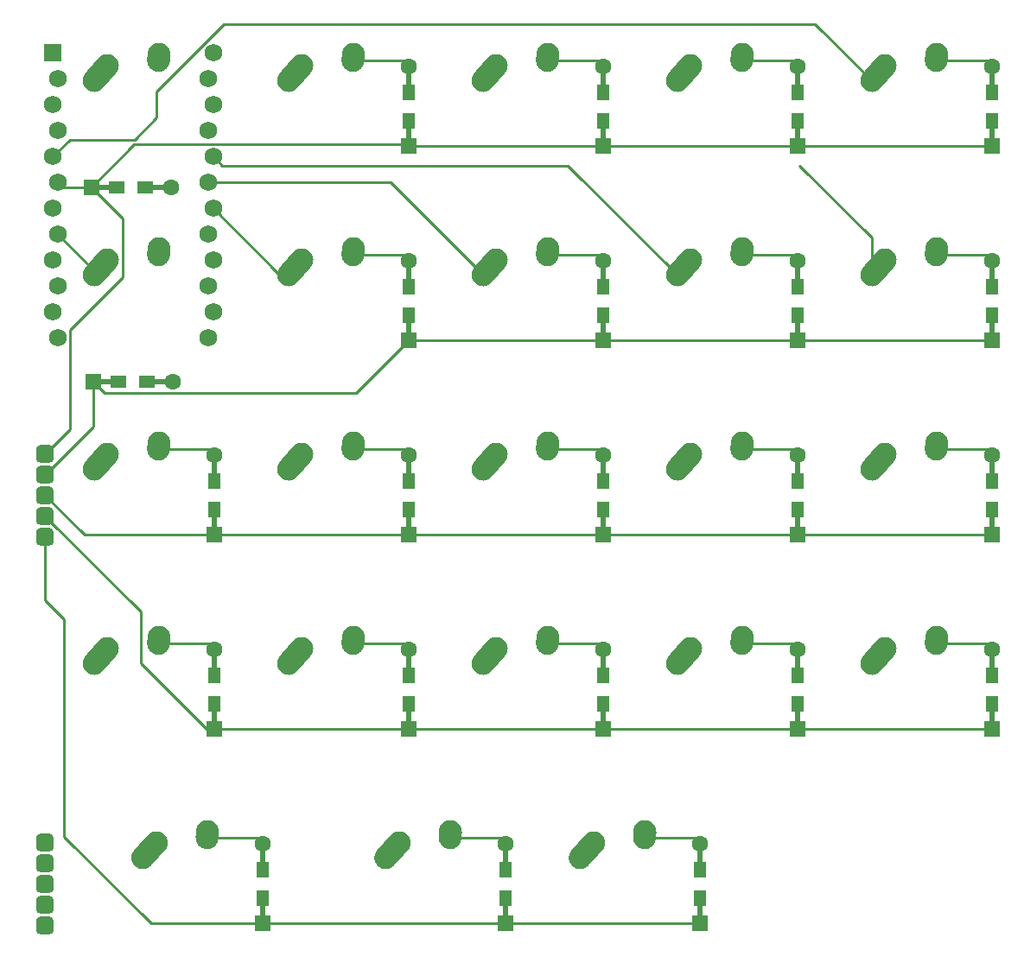
<source format=gbl>
%TF.GenerationSoftware,KiCad,Pcbnew,(5.1.12)-1*%
%TF.CreationDate,2022-01-07T20:18:48-05:00*%
%TF.ProjectId,center-gasket-2,63656e74-6572-42d6-9761-736b65742d32,rev?*%
%TF.SameCoordinates,Original*%
%TF.FileFunction,Copper,L2,Bot*%
%TF.FilePolarity,Positive*%
%FSLAX46Y46*%
G04 Gerber Fmt 4.6, Leading zero omitted, Abs format (unit mm)*
G04 Created by KiCad (PCBNEW (5.1.12)-1) date 2022-01-07 20:18:48*
%MOMM*%
%LPD*%
G01*
G04 APERTURE LIST*
%TA.AperFunction,ComponentPad*%
%ADD10C,2.250000*%
%TD*%
%TA.AperFunction,ComponentPad*%
%ADD11C,1.752600*%
%TD*%
%TA.AperFunction,ComponentPad*%
%ADD12R,1.752600X1.752600*%
%TD*%
%TA.AperFunction,ComponentPad*%
%ADD13R,1.600000X1.600000*%
%TD*%
%TA.AperFunction,ComponentPad*%
%ADD14C,1.600000*%
%TD*%
%TA.AperFunction,SMDPad,CuDef*%
%ADD15R,0.500000X2.900000*%
%TD*%
%TA.AperFunction,SMDPad,CuDef*%
%ADD16R,1.200000X1.600000*%
%TD*%
%TA.AperFunction,SMDPad,CuDef*%
%ADD17R,2.900000X0.500000*%
%TD*%
%TA.AperFunction,SMDPad,CuDef*%
%ADD18R,1.600000X1.200000*%
%TD*%
%TA.AperFunction,Conductor*%
%ADD19C,0.254000*%
%TD*%
G04 APERTURE END LIST*
%TO.P,MX38,2*%
%TO.N,Net-(D38-Pad2)*%
%TA.AperFunction,ComponentPad*%
G36*
G01*
X90529733Y-113303645D02*
X90528847Y-113303584D01*
G75*
G02*
X89483916Y-112103847I77403J1122334D01*
G01*
X89523916Y-111523847D01*
G75*
G02*
X90723653Y-110478916I1122334J-77403D01*
G01*
X90723653Y-110478916D01*
G75*
G02*
X91768584Y-111678653I-77403J-1122334D01*
G01*
X91728584Y-112258653D01*
G75*
G02*
X90528847Y-113303584I-1122334J77403D01*
G01*
G37*
%TD.AperFunction*%
D10*
X90646250Y-111601250D03*
%TO.P,MX38,1*%
%TO.N,COL7*%
%TA.AperFunction,ComponentPad*%
G36*
G01*
X83544938Y-114978600D02*
X83544933Y-114978595D01*
G75*
G02*
X83458905Y-113389933I751317J837345D01*
G01*
X84768907Y-111929933D01*
G75*
G02*
X86357569Y-111843905I837345J-751317D01*
G01*
X86357569Y-111843905D01*
G75*
G02*
X86443597Y-113432567I-751317J-837345D01*
G01*
X85133595Y-114892567D01*
G75*
G02*
X83544933Y-114978595I-837345J751317D01*
G01*
G37*
%TD.AperFunction*%
X85606250Y-112681250D03*
%TD*%
%TO.P,M2,5*%
%TO.N,COL4*%
%TA.AperFunction,ComponentPad*%
G36*
G01*
X30968950Y-121215150D02*
X30968950Y-120338850D01*
G75*
G02*
X31407100Y-119900700I438150J0D01*
G01*
X32283400Y-119900700D01*
G75*
G02*
X32721550Y-120338850I0J-438150D01*
G01*
X32721550Y-121215150D01*
G75*
G02*
X32283400Y-121653300I-438150J0D01*
G01*
X31407100Y-121653300D01*
G75*
G02*
X30968950Y-121215150I0J438150D01*
G01*
G37*
%TD.AperFunction*%
%TO.P,M2,4*%
%TO.N,COL3*%
%TA.AperFunction,ComponentPad*%
G36*
G01*
X30968950Y-119183150D02*
X30968950Y-118306850D01*
G75*
G02*
X31407100Y-117868700I438150J0D01*
G01*
X32283400Y-117868700D01*
G75*
G02*
X32721550Y-118306850I0J-438150D01*
G01*
X32721550Y-119183150D01*
G75*
G02*
X32283400Y-119621300I-438150J0D01*
G01*
X31407100Y-119621300D01*
G75*
G02*
X30968950Y-119183150I0J438150D01*
G01*
G37*
%TD.AperFunction*%
%TO.P,M2,3*%
%TO.N,COL2*%
%TA.AperFunction,ComponentPad*%
G36*
G01*
X30968950Y-117151150D02*
X30968950Y-116274850D01*
G75*
G02*
X31407100Y-115836700I438150J0D01*
G01*
X32283400Y-115836700D01*
G75*
G02*
X32721550Y-116274850I0J-438150D01*
G01*
X32721550Y-117151150D01*
G75*
G02*
X32283400Y-117589300I-438150J0D01*
G01*
X31407100Y-117589300D01*
G75*
G02*
X30968950Y-117151150I0J438150D01*
G01*
G37*
%TD.AperFunction*%
%TO.P,M2,2*%
%TO.N,COL1*%
%TA.AperFunction,ComponentPad*%
G36*
G01*
X30968950Y-115119150D02*
X30968950Y-114242850D01*
G75*
G02*
X31407100Y-113804700I438150J0D01*
G01*
X32283400Y-113804700D01*
G75*
G02*
X32721550Y-114242850I0J-438150D01*
G01*
X32721550Y-115119150D01*
G75*
G02*
X32283400Y-115557300I-438150J0D01*
G01*
X31407100Y-115557300D01*
G75*
G02*
X30968950Y-115119150I0J438150D01*
G01*
G37*
%TD.AperFunction*%
%TO.P,M2,1*%
%TO.N,COL0*%
%TA.AperFunction,ComponentPad*%
G36*
G01*
X30968950Y-113087150D02*
X30968950Y-112210850D01*
G75*
G02*
X31407100Y-111772700I438150J0D01*
G01*
X32283400Y-111772700D01*
G75*
G02*
X32721550Y-112210850I0J-438150D01*
G01*
X32721550Y-113087150D01*
G75*
G02*
X32283400Y-113525300I-438150J0D01*
G01*
X31407100Y-113525300D01*
G75*
G02*
X30968950Y-113087150I0J438150D01*
G01*
G37*
%TD.AperFunction*%
%TD*%
%TO.P,M1,1*%
%TO.N,ROW0*%
%TA.AperFunction,ComponentPad*%
G36*
G01*
X30968950Y-74987150D02*
X30968950Y-74110850D01*
G75*
G02*
X31407100Y-73672700I438150J0D01*
G01*
X32283400Y-73672700D01*
G75*
G02*
X32721550Y-74110850I0J-438150D01*
G01*
X32721550Y-74987150D01*
G75*
G02*
X32283400Y-75425300I-438150J0D01*
G01*
X31407100Y-75425300D01*
G75*
G02*
X30968950Y-74987150I0J438150D01*
G01*
G37*
%TD.AperFunction*%
%TO.P,M1,2*%
%TO.N,ROW1*%
%TA.AperFunction,ComponentPad*%
G36*
G01*
X30968950Y-77019150D02*
X30968950Y-76142850D01*
G75*
G02*
X31407100Y-75704700I438150J0D01*
G01*
X32283400Y-75704700D01*
G75*
G02*
X32721550Y-76142850I0J-438150D01*
G01*
X32721550Y-77019150D01*
G75*
G02*
X32283400Y-77457300I-438150J0D01*
G01*
X31407100Y-77457300D01*
G75*
G02*
X30968950Y-77019150I0J438150D01*
G01*
G37*
%TD.AperFunction*%
%TO.P,M1,3*%
%TO.N,ROW2*%
%TA.AperFunction,ComponentPad*%
G36*
G01*
X30968950Y-79051150D02*
X30968950Y-78174850D01*
G75*
G02*
X31407100Y-77736700I438150J0D01*
G01*
X32283400Y-77736700D01*
G75*
G02*
X32721550Y-78174850I0J-438150D01*
G01*
X32721550Y-79051150D01*
G75*
G02*
X32283400Y-79489300I-438150J0D01*
G01*
X31407100Y-79489300D01*
G75*
G02*
X30968950Y-79051150I0J438150D01*
G01*
G37*
%TD.AperFunction*%
%TO.P,M1,4*%
%TO.N,ROW3*%
%TA.AperFunction,ComponentPad*%
G36*
G01*
X30968950Y-81083150D02*
X30968950Y-80206850D01*
G75*
G02*
X31407100Y-79768700I438150J0D01*
G01*
X32283400Y-79768700D01*
G75*
G02*
X32721550Y-80206850I0J-438150D01*
G01*
X32721550Y-81083150D01*
G75*
G02*
X32283400Y-81521300I-438150J0D01*
G01*
X31407100Y-81521300D01*
G75*
G02*
X30968950Y-81083150I0J438150D01*
G01*
G37*
%TD.AperFunction*%
%TO.P,M1,5*%
%TO.N,ROW4*%
%TA.AperFunction,ComponentPad*%
G36*
G01*
X30968950Y-83115150D02*
X30968950Y-82238850D01*
G75*
G02*
X31407100Y-81800700I438150J0D01*
G01*
X32283400Y-81800700D01*
G75*
G02*
X32721550Y-82238850I0J-438150D01*
G01*
X32721550Y-83115150D01*
G75*
G02*
X32283400Y-83553300I-438150J0D01*
G01*
X31407100Y-83553300D01*
G75*
G02*
X30968950Y-83115150I0J438150D01*
G01*
G37*
%TD.AperFunction*%
%TD*%
D11*
%TO.P,U1,24*%
%TO.N,Net-(U1-Pad24)*%
X48329850Y-35242500D03*
%TO.P,U1,12*%
%TO.N,ROW2*%
X33089850Y-63182500D03*
%TO.P,U1,23*%
%TO.N,GND*%
X47872650Y-37782500D03*
%TO.P,U1,22*%
%TO.N,Net-(SW1-Pad1)*%
X48329850Y-40322500D03*
%TO.P,U1,21*%
%TO.N,VCC*%
X47872650Y-42862500D03*
%TO.P,U1,20*%
%TO.N,COL8*%
X48329850Y-45402500D03*
%TO.P,U1,19*%
%TO.N,COL7*%
X47872650Y-47942500D03*
%TO.P,U1,18*%
%TO.N,COL6*%
X48329850Y-50482500D03*
%TO.P,U1,17*%
%TO.N,COL4*%
X47872650Y-53022500D03*
%TO.P,U1,16*%
%TO.N,COL3*%
X48329850Y-55562500D03*
%TO.P,U1,15*%
%TO.N,COL2*%
X47872650Y-58102500D03*
%TO.P,U1,14*%
%TO.N,COL1*%
X48329850Y-60642500D03*
%TO.P,U1,13*%
%TO.N,COL0*%
X47872650Y-63182500D03*
%TO.P,U1,11*%
%TO.N,ROW3*%
X32632650Y-60642500D03*
%TO.P,U1,10*%
%TO.N,ROW4*%
X33089850Y-58102500D03*
%TO.P,U1,9*%
%TO.N,Net-(U1-Pad9)*%
X32632650Y-55562500D03*
%TO.P,U1,8*%
%TO.N,COL5*%
X33089850Y-53022500D03*
%TO.P,U1,7*%
%TO.N,ROW1*%
X32632650Y-50482500D03*
%TO.P,U1,6*%
%TO.N,ROW0*%
X33089850Y-47942500D03*
%TO.P,U1,5*%
%TO.N,COL9*%
X32632650Y-45402500D03*
%TO.P,U1,4*%
%TO.N,GND*%
X33089850Y-42862500D03*
%TO.P,U1,3*%
X32632650Y-40322500D03*
%TO.P,U1,2*%
%TO.N,Net-(U1-Pad2)*%
X33089850Y-37782500D03*
D12*
%TO.P,U1,1*%
%TO.N,Net-(U1-Pad1)*%
X32632650Y-35242500D03*
%TD*%
%TO.P,MX25,2*%
%TO.N,Net-(D25-Pad2)*%
%TA.AperFunction,ComponentPad*%
G36*
G01*
X42904733Y-56153645D02*
X42903847Y-56153584D01*
G75*
G02*
X41858916Y-54953847I77403J1122334D01*
G01*
X41898916Y-54373847D01*
G75*
G02*
X43098653Y-53328916I1122334J-77403D01*
G01*
X43098653Y-53328916D01*
G75*
G02*
X44143584Y-54528653I-77403J-1122334D01*
G01*
X44103584Y-55108653D01*
G75*
G02*
X42903847Y-56153584I-1122334J77403D01*
G01*
G37*
%TD.AperFunction*%
D10*
X43021250Y-54451250D03*
%TO.P,MX25,1*%
%TO.N,COL5*%
%TA.AperFunction,ComponentPad*%
G36*
G01*
X35919938Y-57828600D02*
X35919933Y-57828595D01*
G75*
G02*
X35833905Y-56239933I751317J837345D01*
G01*
X37143907Y-54779933D01*
G75*
G02*
X38732569Y-54693905I837345J-751317D01*
G01*
X38732569Y-54693905D01*
G75*
G02*
X38818597Y-56282567I-751317J-837345D01*
G01*
X37508595Y-57742567D01*
G75*
G02*
X35919933Y-57828595I-837345J751317D01*
G01*
G37*
%TD.AperFunction*%
X37981250Y-55531250D03*
%TD*%
%TO.P,MX28,2*%
%TO.N,Net-(D28-Pad2)*%
%TA.AperFunction,ComponentPad*%
G36*
G01*
X47667233Y-113303645D02*
X47666347Y-113303584D01*
G75*
G02*
X46621416Y-112103847I77403J1122334D01*
G01*
X46661416Y-111523847D01*
G75*
G02*
X47861153Y-110478916I1122334J-77403D01*
G01*
X47861153Y-110478916D01*
G75*
G02*
X48906084Y-111678653I-77403J-1122334D01*
G01*
X48866084Y-112258653D01*
G75*
G02*
X47666347Y-113303584I-1122334J77403D01*
G01*
G37*
%TD.AperFunction*%
X47783750Y-111601250D03*
%TO.P,MX28,1*%
%TO.N,COL5*%
%TA.AperFunction,ComponentPad*%
G36*
G01*
X40682438Y-114978600D02*
X40682433Y-114978595D01*
G75*
G02*
X40596405Y-113389933I751317J837345D01*
G01*
X41906407Y-111929933D01*
G75*
G02*
X43495069Y-111843905I837345J-751317D01*
G01*
X43495069Y-111843905D01*
G75*
G02*
X43581097Y-113432567I-751317J-837345D01*
G01*
X42271095Y-114892567D01*
G75*
G02*
X40682433Y-114978595I-837345J751317D01*
G01*
G37*
%TD.AperFunction*%
X42743750Y-112681250D03*
%TD*%
%TO.P,MX46,2*%
%TO.N,Net-(D46-Pad2)*%
%TA.AperFunction,ComponentPad*%
G36*
G01*
X119104733Y-94253645D02*
X119103847Y-94253584D01*
G75*
G02*
X118058916Y-93053847I77403J1122334D01*
G01*
X118098916Y-92473847D01*
G75*
G02*
X119298653Y-91428916I1122334J-77403D01*
G01*
X119298653Y-91428916D01*
G75*
G02*
X120343584Y-92628653I-77403J-1122334D01*
G01*
X120303584Y-93208653D01*
G75*
G02*
X119103847Y-94253584I-1122334J77403D01*
G01*
G37*
%TD.AperFunction*%
X119221250Y-92551250D03*
%TO.P,MX46,1*%
%TO.N,COL9*%
%TA.AperFunction,ComponentPad*%
G36*
G01*
X112119938Y-95928600D02*
X112119933Y-95928595D01*
G75*
G02*
X112033905Y-94339933I751317J837345D01*
G01*
X113343907Y-92879933D01*
G75*
G02*
X114932569Y-92793905I837345J-751317D01*
G01*
X114932569Y-92793905D01*
G75*
G02*
X115018597Y-94382567I-751317J-837345D01*
G01*
X113708595Y-95842567D01*
G75*
G02*
X112119933Y-95928595I-837345J751317D01*
G01*
G37*
%TD.AperFunction*%
X114181250Y-93631250D03*
%TD*%
%TO.P,MX45,2*%
%TO.N,Net-(D45-Pad2)*%
%TA.AperFunction,ComponentPad*%
G36*
G01*
X119104733Y-75203645D02*
X119103847Y-75203584D01*
G75*
G02*
X118058916Y-74003847I77403J1122334D01*
G01*
X118098916Y-73423847D01*
G75*
G02*
X119298653Y-72378916I1122334J-77403D01*
G01*
X119298653Y-72378916D01*
G75*
G02*
X120343584Y-73578653I-77403J-1122334D01*
G01*
X120303584Y-74158653D01*
G75*
G02*
X119103847Y-75203584I-1122334J77403D01*
G01*
G37*
%TD.AperFunction*%
X119221250Y-73501250D03*
%TO.P,MX45,1*%
%TO.N,COL9*%
%TA.AperFunction,ComponentPad*%
G36*
G01*
X112119938Y-76878600D02*
X112119933Y-76878595D01*
G75*
G02*
X112033905Y-75289933I751317J837345D01*
G01*
X113343907Y-73829933D01*
G75*
G02*
X114932569Y-73743905I837345J-751317D01*
G01*
X114932569Y-73743905D01*
G75*
G02*
X115018597Y-75332567I-751317J-837345D01*
G01*
X113708595Y-76792567D01*
G75*
G02*
X112119933Y-76878595I-837345J751317D01*
G01*
G37*
%TD.AperFunction*%
X114181250Y-74581250D03*
%TD*%
%TO.P,MX44,2*%
%TO.N,Net-(D44-Pad2)*%
%TA.AperFunction,ComponentPad*%
G36*
G01*
X119104733Y-56153645D02*
X119103847Y-56153584D01*
G75*
G02*
X118058916Y-54953847I77403J1122334D01*
G01*
X118098916Y-54373847D01*
G75*
G02*
X119298653Y-53328916I1122334J-77403D01*
G01*
X119298653Y-53328916D01*
G75*
G02*
X120343584Y-54528653I-77403J-1122334D01*
G01*
X120303584Y-55108653D01*
G75*
G02*
X119103847Y-56153584I-1122334J77403D01*
G01*
G37*
%TD.AperFunction*%
X119221250Y-54451250D03*
%TO.P,MX44,1*%
%TO.N,COL9*%
%TA.AperFunction,ComponentPad*%
G36*
G01*
X112119938Y-57828600D02*
X112119933Y-57828595D01*
G75*
G02*
X112033905Y-56239933I751317J837345D01*
G01*
X113343907Y-54779933D01*
G75*
G02*
X114932569Y-54693905I837345J-751317D01*
G01*
X114932569Y-54693905D01*
G75*
G02*
X115018597Y-56282567I-751317J-837345D01*
G01*
X113708595Y-57742567D01*
G75*
G02*
X112119933Y-57828595I-837345J751317D01*
G01*
G37*
%TD.AperFunction*%
X114181250Y-55531250D03*
%TD*%
%TO.P,MX43,2*%
%TO.N,Net-(D43-Pad2)*%
%TA.AperFunction,ComponentPad*%
G36*
G01*
X119104733Y-37103645D02*
X119103847Y-37103584D01*
G75*
G02*
X118058916Y-35903847I77403J1122334D01*
G01*
X118098916Y-35323847D01*
G75*
G02*
X119298653Y-34278916I1122334J-77403D01*
G01*
X119298653Y-34278916D01*
G75*
G02*
X120343584Y-35478653I-77403J-1122334D01*
G01*
X120303584Y-36058653D01*
G75*
G02*
X119103847Y-37103584I-1122334J77403D01*
G01*
G37*
%TD.AperFunction*%
X119221250Y-35401250D03*
%TO.P,MX43,1*%
%TO.N,COL9*%
%TA.AperFunction,ComponentPad*%
G36*
G01*
X112119938Y-38778600D02*
X112119933Y-38778595D01*
G75*
G02*
X112033905Y-37189933I751317J837345D01*
G01*
X113343907Y-35729933D01*
G75*
G02*
X114932569Y-35643905I837345J-751317D01*
G01*
X114932569Y-35643905D01*
G75*
G02*
X115018597Y-37232567I-751317J-837345D01*
G01*
X113708595Y-38692567D01*
G75*
G02*
X112119933Y-38778595I-837345J751317D01*
G01*
G37*
%TD.AperFunction*%
X114181250Y-36481250D03*
%TD*%
%TO.P,MX42,2*%
%TO.N,Net-(D42-Pad2)*%
%TA.AperFunction,ComponentPad*%
G36*
G01*
X100054733Y-94253645D02*
X100053847Y-94253584D01*
G75*
G02*
X99008916Y-93053847I77403J1122334D01*
G01*
X99048916Y-92473847D01*
G75*
G02*
X100248653Y-91428916I1122334J-77403D01*
G01*
X100248653Y-91428916D01*
G75*
G02*
X101293584Y-92628653I-77403J-1122334D01*
G01*
X101253584Y-93208653D01*
G75*
G02*
X100053847Y-94253584I-1122334J77403D01*
G01*
G37*
%TD.AperFunction*%
X100171250Y-92551250D03*
%TO.P,MX42,1*%
%TO.N,COL8*%
%TA.AperFunction,ComponentPad*%
G36*
G01*
X93069938Y-95928600D02*
X93069933Y-95928595D01*
G75*
G02*
X92983905Y-94339933I751317J837345D01*
G01*
X94293907Y-92879933D01*
G75*
G02*
X95882569Y-92793905I837345J-751317D01*
G01*
X95882569Y-92793905D01*
G75*
G02*
X95968597Y-94382567I-751317J-837345D01*
G01*
X94658595Y-95842567D01*
G75*
G02*
X93069933Y-95928595I-837345J751317D01*
G01*
G37*
%TD.AperFunction*%
X95131250Y-93631250D03*
%TD*%
%TO.P,MX41,2*%
%TO.N,Net-(D41-Pad2)*%
%TA.AperFunction,ComponentPad*%
G36*
G01*
X100054733Y-75203645D02*
X100053847Y-75203584D01*
G75*
G02*
X99008916Y-74003847I77403J1122334D01*
G01*
X99048916Y-73423847D01*
G75*
G02*
X100248653Y-72378916I1122334J-77403D01*
G01*
X100248653Y-72378916D01*
G75*
G02*
X101293584Y-73578653I-77403J-1122334D01*
G01*
X101253584Y-74158653D01*
G75*
G02*
X100053847Y-75203584I-1122334J77403D01*
G01*
G37*
%TD.AperFunction*%
X100171250Y-73501250D03*
%TO.P,MX41,1*%
%TO.N,COL8*%
%TA.AperFunction,ComponentPad*%
G36*
G01*
X93069938Y-76878600D02*
X93069933Y-76878595D01*
G75*
G02*
X92983905Y-75289933I751317J837345D01*
G01*
X94293907Y-73829933D01*
G75*
G02*
X95882569Y-73743905I837345J-751317D01*
G01*
X95882569Y-73743905D01*
G75*
G02*
X95968597Y-75332567I-751317J-837345D01*
G01*
X94658595Y-76792567D01*
G75*
G02*
X93069933Y-76878595I-837345J751317D01*
G01*
G37*
%TD.AperFunction*%
X95131250Y-74581250D03*
%TD*%
%TO.P,MX40,2*%
%TO.N,Net-(D40-Pad2)*%
%TA.AperFunction,ComponentPad*%
G36*
G01*
X100054733Y-56153645D02*
X100053847Y-56153584D01*
G75*
G02*
X99008916Y-54953847I77403J1122334D01*
G01*
X99048916Y-54373847D01*
G75*
G02*
X100248653Y-53328916I1122334J-77403D01*
G01*
X100248653Y-53328916D01*
G75*
G02*
X101293584Y-54528653I-77403J-1122334D01*
G01*
X101253584Y-55108653D01*
G75*
G02*
X100053847Y-56153584I-1122334J77403D01*
G01*
G37*
%TD.AperFunction*%
X100171250Y-54451250D03*
%TO.P,MX40,1*%
%TO.N,COL8*%
%TA.AperFunction,ComponentPad*%
G36*
G01*
X93069938Y-57828600D02*
X93069933Y-57828595D01*
G75*
G02*
X92983905Y-56239933I751317J837345D01*
G01*
X94293907Y-54779933D01*
G75*
G02*
X95882569Y-54693905I837345J-751317D01*
G01*
X95882569Y-54693905D01*
G75*
G02*
X95968597Y-56282567I-751317J-837345D01*
G01*
X94658595Y-57742567D01*
G75*
G02*
X93069933Y-57828595I-837345J751317D01*
G01*
G37*
%TD.AperFunction*%
X95131250Y-55531250D03*
%TD*%
%TO.P,MX39,2*%
%TO.N,Net-(D39-Pad2)*%
%TA.AperFunction,ComponentPad*%
G36*
G01*
X100054733Y-37103645D02*
X100053847Y-37103584D01*
G75*
G02*
X99008916Y-35903847I77403J1122334D01*
G01*
X99048916Y-35323847D01*
G75*
G02*
X100248653Y-34278916I1122334J-77403D01*
G01*
X100248653Y-34278916D01*
G75*
G02*
X101293584Y-35478653I-77403J-1122334D01*
G01*
X101253584Y-36058653D01*
G75*
G02*
X100053847Y-37103584I-1122334J77403D01*
G01*
G37*
%TD.AperFunction*%
X100171250Y-35401250D03*
%TO.P,MX39,1*%
%TO.N,COL8*%
%TA.AperFunction,ComponentPad*%
G36*
G01*
X93069938Y-38778600D02*
X93069933Y-38778595D01*
G75*
G02*
X92983905Y-37189933I751317J837345D01*
G01*
X94293907Y-35729933D01*
G75*
G02*
X95882569Y-35643905I837345J-751317D01*
G01*
X95882569Y-35643905D01*
G75*
G02*
X95968597Y-37232567I-751317J-837345D01*
G01*
X94658595Y-38692567D01*
G75*
G02*
X93069933Y-38778595I-837345J751317D01*
G01*
G37*
%TD.AperFunction*%
X95131250Y-36481250D03*
%TD*%
%TO.P,MX37,2*%
%TO.N,Net-(D37-Pad2)*%
%TA.AperFunction,ComponentPad*%
G36*
G01*
X81004733Y-94253645D02*
X81003847Y-94253584D01*
G75*
G02*
X79958916Y-93053847I77403J1122334D01*
G01*
X79998916Y-92473847D01*
G75*
G02*
X81198653Y-91428916I1122334J-77403D01*
G01*
X81198653Y-91428916D01*
G75*
G02*
X82243584Y-92628653I-77403J-1122334D01*
G01*
X82203584Y-93208653D01*
G75*
G02*
X81003847Y-94253584I-1122334J77403D01*
G01*
G37*
%TD.AperFunction*%
X81121250Y-92551250D03*
%TO.P,MX37,1*%
%TO.N,COL7*%
%TA.AperFunction,ComponentPad*%
G36*
G01*
X74019938Y-95928600D02*
X74019933Y-95928595D01*
G75*
G02*
X73933905Y-94339933I751317J837345D01*
G01*
X75243907Y-92879933D01*
G75*
G02*
X76832569Y-92793905I837345J-751317D01*
G01*
X76832569Y-92793905D01*
G75*
G02*
X76918597Y-94382567I-751317J-837345D01*
G01*
X75608595Y-95842567D01*
G75*
G02*
X74019933Y-95928595I-837345J751317D01*
G01*
G37*
%TD.AperFunction*%
X76081250Y-93631250D03*
%TD*%
%TO.P,MX36,2*%
%TO.N,Net-(D36-Pad2)*%
%TA.AperFunction,ComponentPad*%
G36*
G01*
X81004733Y-75203645D02*
X81003847Y-75203584D01*
G75*
G02*
X79958916Y-74003847I77403J1122334D01*
G01*
X79998916Y-73423847D01*
G75*
G02*
X81198653Y-72378916I1122334J-77403D01*
G01*
X81198653Y-72378916D01*
G75*
G02*
X82243584Y-73578653I-77403J-1122334D01*
G01*
X82203584Y-74158653D01*
G75*
G02*
X81003847Y-75203584I-1122334J77403D01*
G01*
G37*
%TD.AperFunction*%
X81121250Y-73501250D03*
%TO.P,MX36,1*%
%TO.N,COL7*%
%TA.AperFunction,ComponentPad*%
G36*
G01*
X74019938Y-76878600D02*
X74019933Y-76878595D01*
G75*
G02*
X73933905Y-75289933I751317J837345D01*
G01*
X75243907Y-73829933D01*
G75*
G02*
X76832569Y-73743905I837345J-751317D01*
G01*
X76832569Y-73743905D01*
G75*
G02*
X76918597Y-75332567I-751317J-837345D01*
G01*
X75608595Y-76792567D01*
G75*
G02*
X74019933Y-76878595I-837345J751317D01*
G01*
G37*
%TD.AperFunction*%
X76081250Y-74581250D03*
%TD*%
%TO.P,MX35,2*%
%TO.N,Net-(D35-Pad2)*%
%TA.AperFunction,ComponentPad*%
G36*
G01*
X81004733Y-56153645D02*
X81003847Y-56153584D01*
G75*
G02*
X79958916Y-54953847I77403J1122334D01*
G01*
X79998916Y-54373847D01*
G75*
G02*
X81198653Y-53328916I1122334J-77403D01*
G01*
X81198653Y-53328916D01*
G75*
G02*
X82243584Y-54528653I-77403J-1122334D01*
G01*
X82203584Y-55108653D01*
G75*
G02*
X81003847Y-56153584I-1122334J77403D01*
G01*
G37*
%TD.AperFunction*%
X81121250Y-54451250D03*
%TO.P,MX35,1*%
%TO.N,COL7*%
%TA.AperFunction,ComponentPad*%
G36*
G01*
X74019938Y-57828600D02*
X74019933Y-57828595D01*
G75*
G02*
X73933905Y-56239933I751317J837345D01*
G01*
X75243907Y-54779933D01*
G75*
G02*
X76832569Y-54693905I837345J-751317D01*
G01*
X76832569Y-54693905D01*
G75*
G02*
X76918597Y-56282567I-751317J-837345D01*
G01*
X75608595Y-57742567D01*
G75*
G02*
X74019933Y-57828595I-837345J751317D01*
G01*
G37*
%TD.AperFunction*%
X76081250Y-55531250D03*
%TD*%
%TO.P,MX34,2*%
%TO.N,Net-(D34-Pad2)*%
%TA.AperFunction,ComponentPad*%
G36*
G01*
X81004733Y-37103645D02*
X81003847Y-37103584D01*
G75*
G02*
X79958916Y-35903847I77403J1122334D01*
G01*
X79998916Y-35323847D01*
G75*
G02*
X81198653Y-34278916I1122334J-77403D01*
G01*
X81198653Y-34278916D01*
G75*
G02*
X82243584Y-35478653I-77403J-1122334D01*
G01*
X82203584Y-36058653D01*
G75*
G02*
X81003847Y-37103584I-1122334J77403D01*
G01*
G37*
%TD.AperFunction*%
X81121250Y-35401250D03*
%TO.P,MX34,1*%
%TO.N,COL7*%
%TA.AperFunction,ComponentPad*%
G36*
G01*
X74019938Y-38778600D02*
X74019933Y-38778595D01*
G75*
G02*
X73933905Y-37189933I751317J837345D01*
G01*
X75243907Y-35729933D01*
G75*
G02*
X76832569Y-35643905I837345J-751317D01*
G01*
X76832569Y-35643905D01*
G75*
G02*
X76918597Y-37232567I-751317J-837345D01*
G01*
X75608595Y-38692567D01*
G75*
G02*
X74019933Y-38778595I-837345J751317D01*
G01*
G37*
%TD.AperFunction*%
X76081250Y-36481250D03*
%TD*%
%TO.P,MX33,2*%
%TO.N,Net-(D33-Pad2)*%
%TA.AperFunction,ComponentPad*%
G36*
G01*
X71479733Y-113303645D02*
X71478847Y-113303584D01*
G75*
G02*
X70433916Y-112103847I77403J1122334D01*
G01*
X70473916Y-111523847D01*
G75*
G02*
X71673653Y-110478916I1122334J-77403D01*
G01*
X71673653Y-110478916D01*
G75*
G02*
X72718584Y-111678653I-77403J-1122334D01*
G01*
X72678584Y-112258653D01*
G75*
G02*
X71478847Y-113303584I-1122334J77403D01*
G01*
G37*
%TD.AperFunction*%
X71596250Y-111601250D03*
%TO.P,MX33,1*%
%TO.N,COL6*%
%TA.AperFunction,ComponentPad*%
G36*
G01*
X64494938Y-114978600D02*
X64494933Y-114978595D01*
G75*
G02*
X64408905Y-113389933I751317J837345D01*
G01*
X65718907Y-111929933D01*
G75*
G02*
X67307569Y-111843905I837345J-751317D01*
G01*
X67307569Y-111843905D01*
G75*
G02*
X67393597Y-113432567I-751317J-837345D01*
G01*
X66083595Y-114892567D01*
G75*
G02*
X64494933Y-114978595I-837345J751317D01*
G01*
G37*
%TD.AperFunction*%
X66556250Y-112681250D03*
%TD*%
%TO.P,MX32,2*%
%TO.N,Net-(D32-Pad2)*%
%TA.AperFunction,ComponentPad*%
G36*
G01*
X61954733Y-94253645D02*
X61953847Y-94253584D01*
G75*
G02*
X60908916Y-93053847I77403J1122334D01*
G01*
X60948916Y-92473847D01*
G75*
G02*
X62148653Y-91428916I1122334J-77403D01*
G01*
X62148653Y-91428916D01*
G75*
G02*
X63193584Y-92628653I-77403J-1122334D01*
G01*
X63153584Y-93208653D01*
G75*
G02*
X61953847Y-94253584I-1122334J77403D01*
G01*
G37*
%TD.AperFunction*%
X62071250Y-92551250D03*
%TO.P,MX32,1*%
%TO.N,COL6*%
%TA.AperFunction,ComponentPad*%
G36*
G01*
X54969938Y-95928600D02*
X54969933Y-95928595D01*
G75*
G02*
X54883905Y-94339933I751317J837345D01*
G01*
X56193907Y-92879933D01*
G75*
G02*
X57782569Y-92793905I837345J-751317D01*
G01*
X57782569Y-92793905D01*
G75*
G02*
X57868597Y-94382567I-751317J-837345D01*
G01*
X56558595Y-95842567D01*
G75*
G02*
X54969933Y-95928595I-837345J751317D01*
G01*
G37*
%TD.AperFunction*%
X57031250Y-93631250D03*
%TD*%
%TO.P,MX31,2*%
%TO.N,Net-(D31-Pad2)*%
%TA.AperFunction,ComponentPad*%
G36*
G01*
X61954733Y-75203645D02*
X61953847Y-75203584D01*
G75*
G02*
X60908916Y-74003847I77403J1122334D01*
G01*
X60948916Y-73423847D01*
G75*
G02*
X62148653Y-72378916I1122334J-77403D01*
G01*
X62148653Y-72378916D01*
G75*
G02*
X63193584Y-73578653I-77403J-1122334D01*
G01*
X63153584Y-74158653D01*
G75*
G02*
X61953847Y-75203584I-1122334J77403D01*
G01*
G37*
%TD.AperFunction*%
X62071250Y-73501250D03*
%TO.P,MX31,1*%
%TO.N,COL6*%
%TA.AperFunction,ComponentPad*%
G36*
G01*
X54969938Y-76878600D02*
X54969933Y-76878595D01*
G75*
G02*
X54883905Y-75289933I751317J837345D01*
G01*
X56193907Y-73829933D01*
G75*
G02*
X57782569Y-73743905I837345J-751317D01*
G01*
X57782569Y-73743905D01*
G75*
G02*
X57868597Y-75332567I-751317J-837345D01*
G01*
X56558595Y-76792567D01*
G75*
G02*
X54969933Y-76878595I-837345J751317D01*
G01*
G37*
%TD.AperFunction*%
X57031250Y-74581250D03*
%TD*%
%TO.P,MX30,2*%
%TO.N,Net-(D30-Pad2)*%
%TA.AperFunction,ComponentPad*%
G36*
G01*
X61954733Y-56153645D02*
X61953847Y-56153584D01*
G75*
G02*
X60908916Y-54953847I77403J1122334D01*
G01*
X60948916Y-54373847D01*
G75*
G02*
X62148653Y-53328916I1122334J-77403D01*
G01*
X62148653Y-53328916D01*
G75*
G02*
X63193584Y-54528653I-77403J-1122334D01*
G01*
X63153584Y-55108653D01*
G75*
G02*
X61953847Y-56153584I-1122334J77403D01*
G01*
G37*
%TD.AperFunction*%
X62071250Y-54451250D03*
%TO.P,MX30,1*%
%TO.N,COL6*%
%TA.AperFunction,ComponentPad*%
G36*
G01*
X54969938Y-57828600D02*
X54969933Y-57828595D01*
G75*
G02*
X54883905Y-56239933I751317J837345D01*
G01*
X56193907Y-54779933D01*
G75*
G02*
X57782569Y-54693905I837345J-751317D01*
G01*
X57782569Y-54693905D01*
G75*
G02*
X57868597Y-56282567I-751317J-837345D01*
G01*
X56558595Y-57742567D01*
G75*
G02*
X54969933Y-57828595I-837345J751317D01*
G01*
G37*
%TD.AperFunction*%
X57031250Y-55531250D03*
%TD*%
%TO.P,MX29,2*%
%TO.N,Net-(D29-Pad2)*%
%TA.AperFunction,ComponentPad*%
G36*
G01*
X61954733Y-37103645D02*
X61953847Y-37103584D01*
G75*
G02*
X60908916Y-35903847I77403J1122334D01*
G01*
X60948916Y-35323847D01*
G75*
G02*
X62148653Y-34278916I1122334J-77403D01*
G01*
X62148653Y-34278916D01*
G75*
G02*
X63193584Y-35478653I-77403J-1122334D01*
G01*
X63153584Y-36058653D01*
G75*
G02*
X61953847Y-37103584I-1122334J77403D01*
G01*
G37*
%TD.AperFunction*%
X62071250Y-35401250D03*
%TO.P,MX29,1*%
%TO.N,COL6*%
%TA.AperFunction,ComponentPad*%
G36*
G01*
X54969938Y-38778600D02*
X54969933Y-38778595D01*
G75*
G02*
X54883905Y-37189933I751317J837345D01*
G01*
X56193907Y-35729933D01*
G75*
G02*
X57782569Y-35643905I837345J-751317D01*
G01*
X57782569Y-35643905D01*
G75*
G02*
X57868597Y-37232567I-751317J-837345D01*
G01*
X56558595Y-38692567D01*
G75*
G02*
X54969933Y-38778595I-837345J751317D01*
G01*
G37*
%TD.AperFunction*%
X57031250Y-36481250D03*
%TD*%
%TO.P,MX27,2*%
%TO.N,Net-(D27-Pad2)*%
%TA.AperFunction,ComponentPad*%
G36*
G01*
X42904733Y-94253645D02*
X42903847Y-94253584D01*
G75*
G02*
X41858916Y-93053847I77403J1122334D01*
G01*
X41898916Y-92473847D01*
G75*
G02*
X43098653Y-91428916I1122334J-77403D01*
G01*
X43098653Y-91428916D01*
G75*
G02*
X44143584Y-92628653I-77403J-1122334D01*
G01*
X44103584Y-93208653D01*
G75*
G02*
X42903847Y-94253584I-1122334J77403D01*
G01*
G37*
%TD.AperFunction*%
X43021250Y-92551250D03*
%TO.P,MX27,1*%
%TO.N,COL5*%
%TA.AperFunction,ComponentPad*%
G36*
G01*
X35919938Y-95928600D02*
X35919933Y-95928595D01*
G75*
G02*
X35833905Y-94339933I751317J837345D01*
G01*
X37143907Y-92879933D01*
G75*
G02*
X38732569Y-92793905I837345J-751317D01*
G01*
X38732569Y-92793905D01*
G75*
G02*
X38818597Y-94382567I-751317J-837345D01*
G01*
X37508595Y-95842567D01*
G75*
G02*
X35919933Y-95928595I-837345J751317D01*
G01*
G37*
%TD.AperFunction*%
X37981250Y-93631250D03*
%TD*%
%TO.P,MX26,2*%
%TO.N,Net-(D26-Pad2)*%
%TA.AperFunction,ComponentPad*%
G36*
G01*
X42904733Y-75203645D02*
X42903847Y-75203584D01*
G75*
G02*
X41858916Y-74003847I77403J1122334D01*
G01*
X41898916Y-73423847D01*
G75*
G02*
X43098653Y-72378916I1122334J-77403D01*
G01*
X43098653Y-72378916D01*
G75*
G02*
X44143584Y-73578653I-77403J-1122334D01*
G01*
X44103584Y-74158653D01*
G75*
G02*
X42903847Y-75203584I-1122334J77403D01*
G01*
G37*
%TD.AperFunction*%
X43021250Y-73501250D03*
%TO.P,MX26,1*%
%TO.N,COL5*%
%TA.AperFunction,ComponentPad*%
G36*
G01*
X35919938Y-76878600D02*
X35919933Y-76878595D01*
G75*
G02*
X35833905Y-75289933I751317J837345D01*
G01*
X37143907Y-73829933D01*
G75*
G02*
X38732569Y-73743905I837345J-751317D01*
G01*
X38732569Y-73743905D01*
G75*
G02*
X38818597Y-75332567I-751317J-837345D01*
G01*
X37508595Y-76792567D01*
G75*
G02*
X35919933Y-76878595I-837345J751317D01*
G01*
G37*
%TD.AperFunction*%
X37981250Y-74581250D03*
%TD*%
%TO.P,MX24,2*%
%TO.N,Net-(D24-Pad2)*%
%TA.AperFunction,ComponentPad*%
G36*
G01*
X42904733Y-37103645D02*
X42903847Y-37103584D01*
G75*
G02*
X41858916Y-35903847I77403J1122334D01*
G01*
X41898916Y-35323847D01*
G75*
G02*
X43098653Y-34278916I1122334J-77403D01*
G01*
X43098653Y-34278916D01*
G75*
G02*
X44143584Y-35478653I-77403J-1122334D01*
G01*
X44103584Y-36058653D01*
G75*
G02*
X42903847Y-37103584I-1122334J77403D01*
G01*
G37*
%TD.AperFunction*%
X43021250Y-35401250D03*
%TO.P,MX24,1*%
%TO.N,COL5*%
%TA.AperFunction,ComponentPad*%
G36*
G01*
X35919938Y-38778600D02*
X35919933Y-38778595D01*
G75*
G02*
X35833905Y-37189933I751317J837345D01*
G01*
X37143907Y-35729933D01*
G75*
G02*
X38732569Y-35643905I837345J-751317D01*
G01*
X38732569Y-35643905D01*
G75*
G02*
X38818597Y-37232567I-751317J-837345D01*
G01*
X37508595Y-38692567D01*
G75*
G02*
X35919933Y-38778595I-837345J751317D01*
G01*
G37*
%TD.AperFunction*%
X37981250Y-36481250D03*
%TD*%
D13*
%TO.P,D46,1*%
%TO.N,ROW3*%
X124618750Y-101531250D03*
D14*
%TO.P,D46,2*%
%TO.N,Net-(D46-Pad2)*%
X124618750Y-93731250D03*
D15*
%TO.P,D46,1*%
%TO.N,ROW3*%
X124618750Y-100131250D03*
D16*
X124618750Y-99031250D03*
%TO.P,D46,2*%
%TO.N,Net-(D46-Pad2)*%
X124618750Y-96231250D03*
D15*
X124618750Y-95131250D03*
%TD*%
D13*
%TO.P,D45,1*%
%TO.N,ROW2*%
X124618750Y-82481250D03*
D14*
%TO.P,D45,2*%
%TO.N,Net-(D45-Pad2)*%
X124618750Y-74681250D03*
D15*
%TO.P,D45,1*%
%TO.N,ROW2*%
X124618750Y-81081250D03*
D16*
X124618750Y-79981250D03*
%TO.P,D45,2*%
%TO.N,Net-(D45-Pad2)*%
X124618750Y-77181250D03*
D15*
X124618750Y-76081250D03*
%TD*%
D13*
%TO.P,D44,1*%
%TO.N,ROW1*%
X124618750Y-63431250D03*
D14*
%TO.P,D44,2*%
%TO.N,Net-(D44-Pad2)*%
X124618750Y-55631250D03*
D15*
%TO.P,D44,1*%
%TO.N,ROW1*%
X124618750Y-62031250D03*
D16*
X124618750Y-60931250D03*
%TO.P,D44,2*%
%TO.N,Net-(D44-Pad2)*%
X124618750Y-58131250D03*
D15*
X124618750Y-57031250D03*
%TD*%
D13*
%TO.P,D43,1*%
%TO.N,ROW0*%
X124618750Y-44381250D03*
D14*
%TO.P,D43,2*%
%TO.N,Net-(D43-Pad2)*%
X124618750Y-36581250D03*
D15*
%TO.P,D43,1*%
%TO.N,ROW0*%
X124618750Y-42981250D03*
D16*
X124618750Y-41881250D03*
%TO.P,D43,2*%
%TO.N,Net-(D43-Pad2)*%
X124618750Y-39081250D03*
D15*
X124618750Y-37981250D03*
%TD*%
D13*
%TO.P,D42,1*%
%TO.N,ROW3*%
X105568750Y-101528250D03*
D14*
%TO.P,D42,2*%
%TO.N,Net-(D42-Pad2)*%
X105568750Y-93728250D03*
D15*
%TO.P,D42,1*%
%TO.N,ROW3*%
X105568750Y-100128250D03*
D16*
X105568750Y-99028250D03*
%TO.P,D42,2*%
%TO.N,Net-(D42-Pad2)*%
X105568750Y-96228250D03*
D15*
X105568750Y-95128250D03*
%TD*%
D13*
%TO.P,D41,1*%
%TO.N,ROW2*%
X105568750Y-82481250D03*
D14*
%TO.P,D41,2*%
%TO.N,Net-(D41-Pad2)*%
X105568750Y-74681250D03*
D15*
%TO.P,D41,1*%
%TO.N,ROW2*%
X105568750Y-81081250D03*
D16*
X105568750Y-79981250D03*
%TO.P,D41,2*%
%TO.N,Net-(D41-Pad2)*%
X105568750Y-77181250D03*
D15*
X105568750Y-76081250D03*
%TD*%
D13*
%TO.P,D40,1*%
%TO.N,ROW1*%
X105568750Y-63431250D03*
D14*
%TO.P,D40,2*%
%TO.N,Net-(D40-Pad2)*%
X105568750Y-55631250D03*
D15*
%TO.P,D40,1*%
%TO.N,ROW1*%
X105568750Y-62031250D03*
D16*
X105568750Y-60931250D03*
%TO.P,D40,2*%
%TO.N,Net-(D40-Pad2)*%
X105568750Y-58131250D03*
D15*
X105568750Y-57031250D03*
%TD*%
D13*
%TO.P,D39,1*%
%TO.N,ROW0*%
X105568750Y-44381250D03*
D14*
%TO.P,D39,2*%
%TO.N,Net-(D39-Pad2)*%
X105568750Y-36581250D03*
D15*
%TO.P,D39,1*%
%TO.N,ROW0*%
X105568750Y-42981250D03*
D16*
X105568750Y-41881250D03*
%TO.P,D39,2*%
%TO.N,Net-(D39-Pad2)*%
X105568750Y-39081250D03*
D15*
X105568750Y-37981250D03*
%TD*%
D13*
%TO.P,D38,1*%
%TO.N,ROW4*%
X96043750Y-120581250D03*
D14*
%TO.P,D38,2*%
%TO.N,Net-(D38-Pad2)*%
X96043750Y-112781250D03*
D15*
%TO.P,D38,1*%
%TO.N,ROW4*%
X96043750Y-119181250D03*
D16*
X96043750Y-118081250D03*
%TO.P,D38,2*%
%TO.N,Net-(D38-Pad2)*%
X96043750Y-115281250D03*
D15*
X96043750Y-114181250D03*
%TD*%
D13*
%TO.P,D37,1*%
%TO.N,ROW3*%
X86518750Y-101531250D03*
D14*
%TO.P,D37,2*%
%TO.N,Net-(D37-Pad2)*%
X86518750Y-93731250D03*
D15*
%TO.P,D37,1*%
%TO.N,ROW3*%
X86518750Y-100131250D03*
D16*
X86518750Y-99031250D03*
%TO.P,D37,2*%
%TO.N,Net-(D37-Pad2)*%
X86518750Y-96231250D03*
D15*
X86518750Y-95131250D03*
%TD*%
D13*
%TO.P,D36,1*%
%TO.N,ROW2*%
X86518750Y-82481250D03*
D14*
%TO.P,D36,2*%
%TO.N,Net-(D36-Pad2)*%
X86518750Y-74681250D03*
D15*
%TO.P,D36,1*%
%TO.N,ROW2*%
X86518750Y-81081250D03*
D16*
X86518750Y-79981250D03*
%TO.P,D36,2*%
%TO.N,Net-(D36-Pad2)*%
X86518750Y-77181250D03*
D15*
X86518750Y-76081250D03*
%TD*%
D13*
%TO.P,D35,1*%
%TO.N,ROW1*%
X86518750Y-63431250D03*
D14*
%TO.P,D35,2*%
%TO.N,Net-(D35-Pad2)*%
X86518750Y-55631250D03*
D15*
%TO.P,D35,1*%
%TO.N,ROW1*%
X86518750Y-62031250D03*
D16*
X86518750Y-60931250D03*
%TO.P,D35,2*%
%TO.N,Net-(D35-Pad2)*%
X86518750Y-58131250D03*
D15*
X86518750Y-57031250D03*
%TD*%
D13*
%TO.P,D34,1*%
%TO.N,ROW0*%
X86518750Y-44381250D03*
D14*
%TO.P,D34,2*%
%TO.N,Net-(D34-Pad2)*%
X86518750Y-36581250D03*
D15*
%TO.P,D34,1*%
%TO.N,ROW0*%
X86518750Y-42981250D03*
D16*
X86518750Y-41881250D03*
%TO.P,D34,2*%
%TO.N,Net-(D34-Pad2)*%
X86518750Y-39081250D03*
D15*
X86518750Y-37981250D03*
%TD*%
D13*
%TO.P,D33,1*%
%TO.N,ROW4*%
X76993750Y-120581250D03*
D14*
%TO.P,D33,2*%
%TO.N,Net-(D33-Pad2)*%
X76993750Y-112781250D03*
D15*
%TO.P,D33,1*%
%TO.N,ROW4*%
X76993750Y-119181250D03*
D16*
X76993750Y-118081250D03*
%TO.P,D33,2*%
%TO.N,Net-(D33-Pad2)*%
X76993750Y-115281250D03*
D15*
X76993750Y-114181250D03*
%TD*%
D13*
%TO.P,D32,1*%
%TO.N,ROW3*%
X67468750Y-101531250D03*
D14*
%TO.P,D32,2*%
%TO.N,Net-(D32-Pad2)*%
X67468750Y-93731250D03*
D15*
%TO.P,D32,1*%
%TO.N,ROW3*%
X67468750Y-100131250D03*
D16*
X67468750Y-99031250D03*
%TO.P,D32,2*%
%TO.N,Net-(D32-Pad2)*%
X67468750Y-96231250D03*
D15*
X67468750Y-95131250D03*
%TD*%
D13*
%TO.P,D31,1*%
%TO.N,ROW2*%
X67468750Y-82481250D03*
D14*
%TO.P,D31,2*%
%TO.N,Net-(D31-Pad2)*%
X67468750Y-74681250D03*
D15*
%TO.P,D31,1*%
%TO.N,ROW2*%
X67468750Y-81081250D03*
D16*
X67468750Y-79981250D03*
%TO.P,D31,2*%
%TO.N,Net-(D31-Pad2)*%
X67468750Y-77181250D03*
D15*
X67468750Y-76081250D03*
%TD*%
D13*
%TO.P,D30,1*%
%TO.N,ROW1*%
X67468750Y-63431250D03*
D14*
%TO.P,D30,2*%
%TO.N,Net-(D30-Pad2)*%
X67468750Y-55631250D03*
D15*
%TO.P,D30,1*%
%TO.N,ROW1*%
X67468750Y-62031250D03*
D16*
X67468750Y-60931250D03*
%TO.P,D30,2*%
%TO.N,Net-(D30-Pad2)*%
X67468750Y-58131250D03*
D15*
X67468750Y-57031250D03*
%TD*%
D13*
%TO.P,D29,1*%
%TO.N,ROW0*%
X67468750Y-44381250D03*
D14*
%TO.P,D29,2*%
%TO.N,Net-(D29-Pad2)*%
X67468750Y-36581250D03*
D15*
%TO.P,D29,1*%
%TO.N,ROW0*%
X67468750Y-42981250D03*
D16*
X67468750Y-41881250D03*
%TO.P,D29,2*%
%TO.N,Net-(D29-Pad2)*%
X67468750Y-39081250D03*
D15*
X67468750Y-37981250D03*
%TD*%
D13*
%TO.P,D28,1*%
%TO.N,ROW4*%
X53181250Y-120581250D03*
D14*
%TO.P,D28,2*%
%TO.N,Net-(D28-Pad2)*%
X53181250Y-112781250D03*
D15*
%TO.P,D28,1*%
%TO.N,ROW4*%
X53181250Y-119181250D03*
D16*
X53181250Y-118081250D03*
%TO.P,D28,2*%
%TO.N,Net-(D28-Pad2)*%
X53181250Y-115281250D03*
D15*
X53181250Y-114181250D03*
%TD*%
D13*
%TO.P,D27,1*%
%TO.N,ROW3*%
X48418750Y-101531250D03*
D14*
%TO.P,D27,2*%
%TO.N,Net-(D27-Pad2)*%
X48418750Y-93731250D03*
D15*
%TO.P,D27,1*%
%TO.N,ROW3*%
X48418750Y-100131250D03*
D16*
X48418750Y-99031250D03*
%TO.P,D27,2*%
%TO.N,Net-(D27-Pad2)*%
X48418750Y-96231250D03*
D15*
X48418750Y-95131250D03*
%TD*%
D13*
%TO.P,D26,1*%
%TO.N,ROW2*%
X48418750Y-82481250D03*
D14*
%TO.P,D26,2*%
%TO.N,Net-(D26-Pad2)*%
X48418750Y-74681250D03*
D15*
%TO.P,D26,1*%
%TO.N,ROW2*%
X48418750Y-81081250D03*
D16*
X48418750Y-79981250D03*
%TO.P,D26,2*%
%TO.N,Net-(D26-Pad2)*%
X48418750Y-77181250D03*
D15*
X48418750Y-76081250D03*
%TD*%
D13*
%TO.P,D25,1*%
%TO.N,ROW1*%
X36581250Y-67468750D03*
D14*
%TO.P,D25,2*%
%TO.N,Net-(D25-Pad2)*%
X44381250Y-67468750D03*
D17*
%TO.P,D25,1*%
%TO.N,ROW1*%
X37981250Y-67468750D03*
D18*
X39081250Y-67468750D03*
%TO.P,D25,2*%
%TO.N,Net-(D25-Pad2)*%
X41881250Y-67468750D03*
D17*
X42981250Y-67468750D03*
%TD*%
D13*
%TO.P,D24,1*%
%TO.N,ROW0*%
X36393750Y-48418750D03*
D14*
%TO.P,D24,2*%
%TO.N,Net-(D24-Pad2)*%
X44193750Y-48418750D03*
D17*
%TO.P,D24,1*%
%TO.N,ROW0*%
X37793750Y-48418750D03*
D18*
X38893750Y-48418750D03*
%TO.P,D24,2*%
%TO.N,Net-(D24-Pad2)*%
X41693750Y-48418750D03*
D17*
X42793750Y-48418750D03*
%TD*%
D19*
%TO.N,ROW0*%
X34293151Y-72101099D02*
X34293151Y-62418311D01*
X31845250Y-74549000D02*
X34293151Y-72101099D01*
X34293151Y-62418311D02*
X39463657Y-57247805D01*
X39463657Y-57247805D02*
X39463657Y-51488657D01*
X39463657Y-51488657D02*
X36393750Y-48418750D01*
X124618750Y-44381250D02*
X67468750Y-44381250D01*
X40613301Y-44199199D02*
X36393750Y-48418750D01*
X67286699Y-44199199D02*
X40613301Y-44199199D01*
X67468750Y-44381250D02*
X67286699Y-44199199D01*
X33566100Y-48418750D02*
X33089850Y-47942500D01*
X36393750Y-48418750D02*
X33566100Y-48418750D01*
%TO.N,ROW1*%
X67468750Y-63431250D02*
X86518750Y-63431250D01*
X124618750Y-63431250D02*
X86518750Y-63431250D01*
X36581250Y-71845000D02*
X31845250Y-76581000D01*
X36581250Y-67468750D02*
X36581250Y-71845000D01*
X62304249Y-68595751D02*
X67468750Y-63431250D01*
X37708251Y-68595751D02*
X62304249Y-68595751D01*
X36581250Y-67468750D02*
X37708251Y-68595751D01*
%TO.N,ROW2*%
X124618750Y-82481250D02*
X48418750Y-82481250D01*
X35713500Y-82481250D02*
X31845250Y-78613000D01*
X48418750Y-82481250D02*
X35713500Y-82481250D01*
%TO.N,ROW3*%
X124618750Y-101531250D02*
X48418750Y-101531250D01*
X47682288Y-101531250D02*
X48418750Y-101531250D01*
X41243250Y-95092212D02*
X47682288Y-101531250D01*
X41243250Y-90011250D02*
X41243250Y-95092212D01*
X31877000Y-80645000D02*
X41243250Y-90011250D01*
X31845250Y-80645000D02*
X31877000Y-80645000D01*
%TO.N,ROW4*%
X31845250Y-88868250D02*
X33750250Y-90773250D01*
X42284788Y-120581250D02*
X53181250Y-120581250D01*
X33750250Y-112046712D02*
X42284788Y-120581250D01*
X33750250Y-90773250D02*
X33750250Y-112046712D01*
X31845250Y-88868250D02*
X31845250Y-82677000D01*
X96043750Y-120581250D02*
X53181250Y-120581250D01*
%TO.N,Net-(D26-Pad2)*%
X47818750Y-74081250D02*
X48418750Y-74681250D01*
X42981250Y-74081250D02*
X47818750Y-74081250D01*
%TO.N,Net-(D27-Pad2)*%
X47818750Y-93131250D02*
X48418750Y-93731250D01*
X42981250Y-93131250D02*
X47818750Y-93131250D01*
%TO.N,Net-(D28-Pad2)*%
X52581250Y-112181250D02*
X53181250Y-112781250D01*
X47743750Y-112181250D02*
X52581250Y-112181250D01*
%TO.N,Net-(D29-Pad2)*%
X66868750Y-35981250D02*
X67468750Y-36581250D01*
X62031250Y-35981250D02*
X66868750Y-35981250D01*
%TO.N,Net-(D30-Pad2)*%
X66868750Y-55031250D02*
X67468750Y-55631250D01*
X62031250Y-55031250D02*
X66868750Y-55031250D01*
%TO.N,Net-(D31-Pad2)*%
X66868750Y-74081250D02*
X67468750Y-74681250D01*
X62031250Y-74081250D02*
X66868750Y-74081250D01*
%TO.N,Net-(D32-Pad2)*%
X66868750Y-93131250D02*
X67468750Y-93731250D01*
X62031250Y-93131250D02*
X66868750Y-93131250D01*
%TO.N,Net-(D33-Pad2)*%
X76393750Y-112181250D02*
X76993750Y-112781250D01*
X71556250Y-112181250D02*
X76393750Y-112181250D01*
%TO.N,Net-(D34-Pad2)*%
X85918750Y-35981250D02*
X86518750Y-36581250D01*
X81081250Y-35981250D02*
X85918750Y-35981250D01*
%TO.N,Net-(D35-Pad2)*%
X85918750Y-55031250D02*
X86518750Y-55631250D01*
X81081250Y-55031250D02*
X85918750Y-55031250D01*
%TO.N,Net-(D36-Pad2)*%
X85918750Y-74081250D02*
X86518750Y-74681250D01*
X81081250Y-74081250D02*
X85918750Y-74081250D01*
%TO.N,Net-(D37-Pad2)*%
X85918750Y-93131250D02*
X86518750Y-93731250D01*
X81081250Y-93131250D02*
X85918750Y-93131250D01*
%TO.N,Net-(D38-Pad2)*%
X95443750Y-112181250D02*
X96043750Y-112781250D01*
X90606250Y-112181250D02*
X95443750Y-112181250D01*
%TO.N,Net-(D39-Pad2)*%
X104968750Y-35981250D02*
X105568750Y-36581250D01*
X100131250Y-35981250D02*
X104968750Y-35981250D01*
%TO.N,Net-(D40-Pad2)*%
X104968750Y-55031250D02*
X105568750Y-55631250D01*
X100131250Y-55031250D02*
X104968750Y-55031250D01*
%TO.N,Net-(D41-Pad2)*%
X104968750Y-74081250D02*
X105568750Y-74681250D01*
X100131250Y-74081250D02*
X104968750Y-74081250D01*
%TO.N,Net-(D42-Pad2)*%
X104971750Y-93131250D02*
X105568750Y-93728250D01*
X100131250Y-93131250D02*
X104971750Y-93131250D01*
%TO.N,Net-(D43-Pad2)*%
X124018750Y-35981250D02*
X124618750Y-36581250D01*
X119181250Y-35981250D02*
X124018750Y-35981250D01*
%TO.N,Net-(D44-Pad2)*%
X124018750Y-55031250D02*
X124618750Y-55631250D01*
X119181250Y-55031250D02*
X124018750Y-55031250D01*
%TO.N,Net-(D45-Pad2)*%
X124018750Y-74081250D02*
X124618750Y-74681250D01*
X119181250Y-74081250D02*
X124018750Y-74081250D01*
%TO.N,Net-(D46-Pad2)*%
X124018750Y-93131250D02*
X124618750Y-93731250D01*
X119181250Y-93131250D02*
X124018750Y-93131250D01*
%TO.N,COL5*%
X36671250Y-56603900D02*
X33089850Y-53022500D01*
X36671250Y-56991250D02*
X36671250Y-56603900D01*
%TO.N,COL6*%
X54838600Y-56991250D02*
X55721250Y-56991250D01*
X48329850Y-50482500D02*
X54838600Y-56991250D01*
%TO.N,COL7*%
X65722500Y-47942500D02*
X47872650Y-47942500D01*
X74771250Y-56991250D02*
X65722500Y-47942500D01*
%TO.N,COL8*%
X49206149Y-46278799D02*
X48329850Y-45402500D01*
X83108799Y-46278799D02*
X49206149Y-46278799D01*
X93821250Y-56991250D02*
X83108799Y-46278799D01*
%TO.N,COL9*%
X112871250Y-56991250D02*
X112871250Y-53340000D01*
X105810049Y-46278799D02*
X112871250Y-53340000D01*
X112871250Y-37941250D02*
X107315000Y-32385000D01*
X34289961Y-43745189D02*
X32632650Y-45402500D01*
X40652245Y-43745189D02*
X34289961Y-43745189D01*
X42802151Y-38989313D02*
X42802151Y-41595283D01*
X49406464Y-32385000D02*
X42802151Y-38989313D01*
X42802151Y-41595283D02*
X40652245Y-43745189D01*
X107315000Y-32385000D02*
X49406464Y-32385000D01*
%TD*%
M02*

</source>
